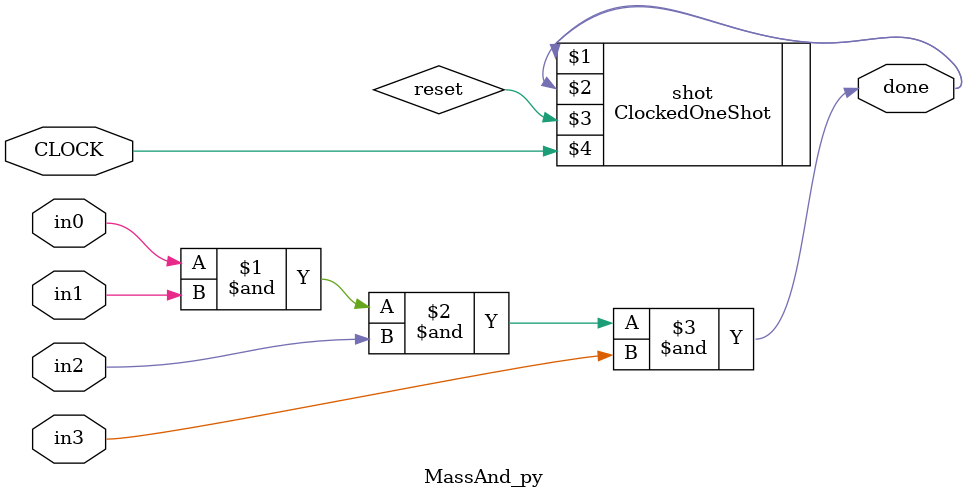
<source format=v>
`timescale 1ns / 1ps

module MassAnd_py(
input CLOCK,
input in0,
input in1,
input in2,
input in3,
output done
);

and A0(done,in0,in1,in2,in3);

ClockedOneShot shot(done, done, reset, CLOCK) ;

endmodule

</source>
